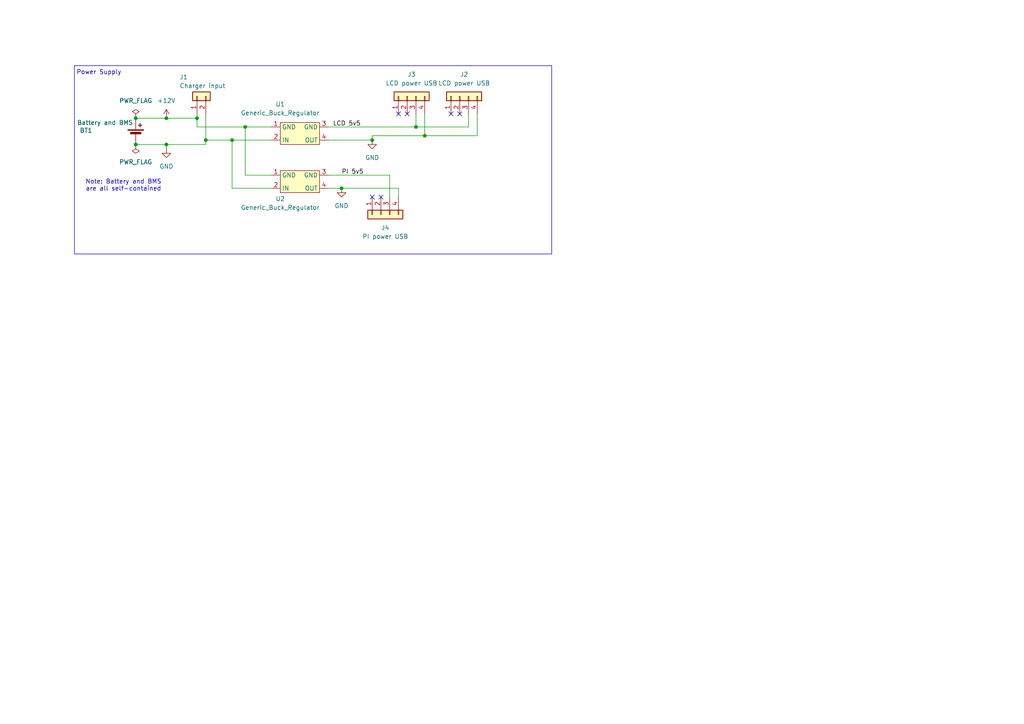
<source format=kicad_sch>
(kicad_sch (version 20250114) (generator "eeschema") (generator_version "9.0")
  (paper "A4")
  (lib_symbols
    (symbol "Connector_Generic:Conn_01x02" (pin_names (offset 1.016) (hide yes))
      (property "Reference" "J" (at 0 2.54 0))
      (property "Value" "Conn_01x02" (at 0 -5.08 0))
      (symbol "Conn_01x02_1_1"
        (rectangle (start -1.27 1.27) (end 1.27 -3.81) (stroke (width 0.254)) (fill (type background)))
        (rectangle (start -1.27 0.127) (end 0 -0.127) (stroke (width 0.1524)))
        (rectangle (start -1.27 -2.413) (end 0 -2.667) (stroke (width 0.1524)))
        (pin passive line (at -5.08 0 0) (length 3.81) (name "Pin_1") (number "1"))
        (pin passive line (at -5.08 -2.54 0) (length 3.81) (name "Pin_2") (number "2"))
      )
    )
    (symbol "Connector_Generic:Conn_01x04" (pin_names (offset 1.016) (hide yes))
      (property "Reference" "J" (at 0 5.08 0))
      (property "Value" "Conn_01x04" (at 0 -7.62 0))
      (symbol "Conn_01x04_1_1"
        (rectangle (start -1.27 3.81) (end 1.27 -6.35) (stroke (width 0.254)) (fill (type background)))
        (rectangle (start -1.27 2.667) (end 0 2.413) (stroke (width 0.1524)))
        (rectangle (start -1.27 0.127) (end 0 -0.127) (stroke (width 0.1524)))
        (rectangle (start -1.27 -2.413) (end 0 -2.667) (stroke (width 0.1524)))
        (rectangle (start -1.27 -4.953) (end 0 -5.207) (stroke (width 0.1524)))
        (pin passive line (at -5.08 2.54 0) (length 3.81) (name "Pin_1") (number "1"))
        (pin passive line (at -5.08 0 0) (length 3.81) (name "Pin_2") (number "2"))
        (pin passive line (at -5.08 -2.54 0) (length 3.81) (name "Pin_3") (number "3"))
        (pin passive line (at -5.08 -5.08 0) (length 3.81) (name "Pin_4") (number "4"))
      )
    )
    (symbol "Device:Battery_Cell" (pin_numbers (hide yes)) (pin_names (offset 0) (hide yes))
      (property "Reference" "BT" (at 2.54 2.54 0))
      (property "Value" "Battery_Cell" (at 2.54 0 0))
      (symbol "Battery_Cell_0_1"
        (rectangle (start -2.286 1.778) (end 2.286 1.524) (fill (type outline)))
        (rectangle (start -1.524 1.016) (end 1.524 0.508) (fill (type outline)))
        (polyline (pts (xy 0 1.778) (xy 0 2.54)))
        (polyline (pts (xy 0 0.762) (xy 0 0)))
        (polyline (pts (xy 0.762 3.048) (xy 1.778 3.048)) (stroke (width 0.254)))
        (polyline (pts (xy 1.27 3.556) (xy 1.27 2.54)) (stroke (width 0.254)))
      )
      (symbol "Battery_Cell_1_1"
        (pin passive line (at 0 5.08 270) (length 2.54) (name "+") (number "1"))
        (pin passive line (at 0 -2.54 90) (length 2.54) (name "-") (number "2"))
      )
    )
    (symbol "My_Library:Generic_Buck_Regulator"
      (property "Reference" "U" (at 2.54 7.62 0))
      (property "Value" "Generic_Buck_Regulator" (at 6.35 10.16 0))
      (symbol "Generic_Buck_Regulator_1_1"
        (rectangle (start 0 6.35) (end 11.43 0) (fill (type background)))
        (pin power_in line (at -2.54 5.08 0) (length 2.54) (name "GND") (number "1"))
        (pin power_in line (at -2.54 1.27 0) (length 2.54) (name "IN") (number "2"))
        (pin power_in line (at 13.97 5.08 180) (length 2.54) (name "GND") (number "3"))
        (pin power_out line (at 13.97 1.27 180) (length 2.54) (name "OUT") (number "4"))
      )
    )
    (symbol "power:+12V" (power) (pin_numbers (hide yes)) (pin_names (offset 0) (hide yes))
      (property "Value" "+12V" (at 0 3.556 0))
      (symbol "+12V_0_1"
        (polyline (pts (xy -0.762 1.27) (xy 0 2.54)))
        (polyline (pts (xy 0 2.54) (xy 0.762 1.27)))
        (polyline (pts (xy 0 0) (xy 0 2.54)))
      )
      (symbol "+12V_1_1"
        (pin power_in line (at 0 0 90) (length 0) (name "~") (number "1"))
      )
    )
    (symbol "power:GND" (power) (pin_numbers (hide yes)) (pin_names (offset 0) (hide yes))
      (property "Value" "GND" (at 0 -3.81 0))
      (symbol "GND_0_1"
        (polyline (pts (xy 0 0) (xy 0 -1.27) (xy 1.27 -1.27) (xy 0 -2.54) (xy -1.27 -1.27) (xy 0 -1.27)))
      )
      (symbol "GND_1_1"
        (pin power_in line (at 0 0 270) (length 0) (name "~") (number "1"))
      )
    )
    (symbol "power:PWR_FLAG" (power) (pin_numbers (hide yes)) (pin_names (offset 0) (hide yes))
      (property "Value" "PWR_FLAG" (at 0 3.81 0))
      (symbol "PWR_FLAG_0_0"
        (pin power_out line (at 0 0 90) (length 0) (name "~") (number "1"))
      )
      (symbol "PWR_FLAG_0_1"
        (polyline (pts (xy 0 0) (xy 0 1.27) (xy -1.016 1.905) (xy 0 2.54) (xy 1.016 1.905) (xy 0 1.27)))
      )
    )
  )
  (rectangle (start 21.59 19.05) (end 160.02 73.66))
  (text "Power Supply" (at 28.702 21.082 0) (effects (font (size 1.27 1.27))))
  (text "Note: Battery and BMS\nare all self-contained" (at 35.814 53.848 0) (effects (font (size 1.27 1.27))))
  (junction (at 57.15 34.29))
  (junction (at 120.65 36.83))
  (junction (at 71.12 36.83))
  (junction (at 48.26 41.91))
  (junction (at 67.31 40.64))
  (junction (at 39.37 34.29))
  (junction (at 123.19 39.37))
  (junction (at 107.95 40.64))
  (junction (at 39.37 41.91))
  (junction (at 59.69 40.64))
  (junction (at 99.06 54.61))
  (junction (at 48.26 34.29))
  (no_connect (at 130.81 33.02))
  (no_connect (at 133.35 33.02))
  (no_connect (at 115.57 33.02))
  (no_connect (at 110.49 57.15))
  (no_connect (at 118.11 33.02))
  (no_connect (at 107.95 57.15))
  (wire (pts (xy 71.12 36.83) (xy 57.15 36.83)))
  (wire (pts (xy 95.25 40.64) (xy 107.95 40.64)))
  (wire (pts (xy 48.26 34.29) (xy 57.15 34.29)))
  (wire (pts (xy 57.15 36.83) (xy 57.15 34.29)))
  (wire (pts (xy 71.12 50.8) (xy 71.12 36.83)))
  (wire (pts (xy 99.06 54.61) (xy 115.57 54.61)))
  (wire (pts (xy 95.25 54.61) (xy 99.06 54.61)))
  (wire (pts (xy 78.74 36.83) (xy 71.12 36.83)))
  (wire (pts (xy 78.74 40.64) (xy 67.31 40.64)))
  (wire (pts (xy 78.74 50.8) (xy 71.12 50.8)))
  (wire (pts (xy 67.31 54.61) (xy 67.31 40.64)))
  (wire (pts (xy 135.89 33.02) (xy 135.89 36.83)))
  (wire (pts (xy 95.25 50.8) (xy 113.03 50.8)))
  (wire (pts (xy 123.19 33.02) (xy 123.19 39.37)))
  (wire (pts (xy 59.69 40.64) (xy 59.69 41.91)))
  (wire (pts (xy 59.69 41.91) (xy 48.26 41.91)))
  (wire (pts (xy 138.43 33.02) (xy 138.43 39.37)))
  (wire (pts (xy 67.31 40.64) (xy 59.69 40.64)))
  (wire (pts (xy 39.37 41.91) (xy 48.26 41.91)))
  (wire (pts (xy 48.26 43.18) (xy 48.26 41.91)))
  (wire (pts (xy 59.69 33.02) (xy 59.69 40.64)))
  (wire (pts (xy 95.25 36.83) (xy 120.65 36.83)))
  (wire (pts (xy 39.37 34.29) (xy 48.26 34.29)))
  (wire (pts (xy 120.65 36.83) (xy 120.65 33.02)))
  (wire (pts (xy 138.43 39.37) (xy 123.19 39.37)))
  (wire (pts (xy 57.15 34.29) (xy 57.15 33.02)))
  (wire (pts (xy 113.03 50.8) (xy 113.03 57.15)))
  (wire (pts (xy 135.89 36.83) (xy 120.65 36.83)))
  (wire (pts (xy 107.95 39.37) (xy 107.95 40.64)))
  (wire (pts (xy 107.95 39.37) (xy 123.19 39.37)))
  (wire (pts (xy 78.74 54.61) (xy 67.31 54.61)))
  (wire (pts (xy 115.57 54.61) (xy 115.57 57.15)))
  (label "PI 5v5" (at 99.06 50.8 0))
  (label "LCD 5v5" (at 96.52 36.83 0))
  (symbol (lib_id "My_Library:Generic_Buck_Regulator") (at 81.28 41.91 0) (unit 1)
    (property "Reference" "U1" (at 81.28 30.226 0))
    (property "Value" "Generic_Buck_Regulator" (at 81.28 32.766 0))
    (property "Footprint" "My_Library:Generic Buck Regulator" (effects (hide yes)))
  )
  (symbol (lib_id "Connector_Generic:Conn_01x02") (at 57.15 27.94 90) (unit 1)
    (property "Reference" "J1" (at 52.07 22.352 90) (effects (justify right)))
    (property "Value" "Charger input" (at 52.07 24.892 90) (effects (justify right)))
    (property "Description" "Generic connector, single row, 01x02, script generated (kicad-library-utils/schlib/autogen/connector/)" (effects (hide yes)))
  )
  (symbol (lib_id "My_Library:Generic_Buck_Regulator") (at 81.28 55.88 0) (unit 1)
    (property "Reference" "U2" (at 81.28 57.658 0))
    (property "Value" "Generic_Buck_Regulator" (at 81.28 60.198 0))
    (property "Footprint" "My_Library:Generic Buck Regulator" (effects (hide yes)))
  )
  (symbol (lib_id "Connector_Generic:Conn_01x04") (at 118.11 27.94 90) (unit 1)
    (property "Reference" "J3" (at 119.38 21.59 90))
    (property "Value" "LCD power USB" (at 119.38 24.13 90))
    (property "Description" "Generic connector, single row, 01x04, script generated (kicad-library-utils/schlib/autogen/connector/)" (effects (hide yes)))
  )
  (symbol (lib_id "Connector_Generic:Conn_01x04") (at 110.49 62.23 90) (mirror x) (unit 1)
    (property "Reference" "J4" (at 111.76 66.04 90))
    (property "Value" "PI power USB" (at 111.76 68.58 90))
    (property "Description" "Generic connector, single row, 01x04, script generated (kicad-library-utils/schlib/autogen/connector/)" (effects (hide yes)))
  )
  (symbol (lib_id "power:PWR_FLAG") (at 39.37 34.29 0) (unit 1)
    (property "Reference" "#FLG01" (effects (hide yes)))
    (property "Value" "PWR_FLAG" (at 39.37 29.21 0))
    (property "Description" "Special symbol for telling ERC where power comes from" (effects (hide yes)))
  )
  (symbol (lib_id "Connector_Generic:Conn_01x04") (at 133.35 27.94 90) (unit 1)
    (property "Reference" "J2" (at 134.62 21.59 90))
    (property "Value" "LCD power USB" (at 134.62 24.13 90))
    (property "Description" "Generic connector, single row, 01x04, script generated (kicad-library-utils/schlib/autogen/connector/)" (effects (hide yes)))
  )
  (symbol (lib_id "Device:Battery_Cell") (at 39.37 39.37 0) (unit 1)
    (property "Reference" "BT1" (at 23.114 37.846 0) (effects (justify left)))
    (property "Value" "Battery and BMS" (at 22.352 35.56 0) (effects (justify left)))
    (property "Description" "Single-cell battery" (effects (hide yes)))
  )
  (symbol (lib_id "power:GND") (at 107.95 40.64 0) (unit 1)
    (property "Reference" "#PWR05" (effects (hide yes)))
    (property "Value" "GND" (at 107.95 45.72 0))
    (property "Description" "Power symbol creates a global label with name \"GND\" , ground" (effects (hide yes)))
  )
  (symbol (lib_id "power:+12V") (at 48.26 34.29 0) (unit 1)
    (property "Reference" "#PWR04" (effects (hide yes)))
    (property "Value" "+12V" (at 48.26 29.21 0))
    (property "Description" "Power symbol creates a global label with name \"+12V\"" (effects (hide yes)))
  )
  (symbol (lib_id "power:GND") (at 48.26 43.18 0) (unit 1)
    (property "Reference" "#PWR03" (effects (hide yes)))
    (property "Value" "GND" (at 48.26 48.26 0))
    (property "Description" "Power symbol creates a global label with name \"GND\" , ground" (effects (hide yes)))
  )
  (symbol (lib_id "power:PWR_FLAG") (at 39.37 41.91 180) (unit 1)
    (property "Reference" "#FLG02" (effects (hide yes)))
    (property "Value" "PWR_FLAG" (at 39.37 46.99 0))
    (property "Description" "Special symbol for telling ERC where power comes from" (effects (hide yes)))
  )
  (symbol (lib_id "power:GND") (at 99.06 54.61 0) (unit 1)
    (property "Reference" "#PWR06" (effects (hide yes)))
    (property "Value" "GND" (at 99.06 59.69 0))
    (property "Description" "Power symbol creates a global label with name \"GND\" , ground" (effects (hide yes)))
  )
)
</source>
